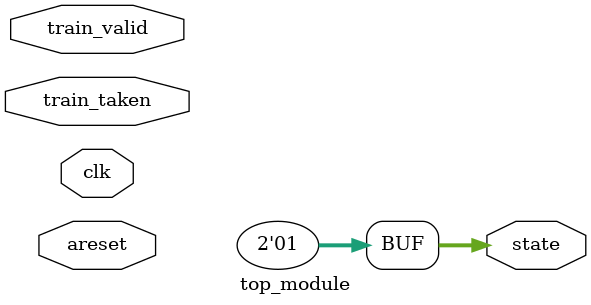
<source format=sv>
module top_module(
    input clk,
    input areset,
    input train_valid,
    input train_taken,
    output logic [1:0] state
);
  
  assign state = 2'b01; // initialize state to weakly not-taken
  
  always @(posedge clk or posedge areset) begin
    if (areset)
      state <= 2'b01; // reset state to weakly not-taken
    else if (train_valid) begin
      if (train_taken && (state < 2'b11)) // increment counter
        state <= state + 2'b01;
      else if (!train_taken && (state > 2'b00)) // decrement counter
        state <= state - 2'b01;
    end
  end
  
endmodule

</source>
